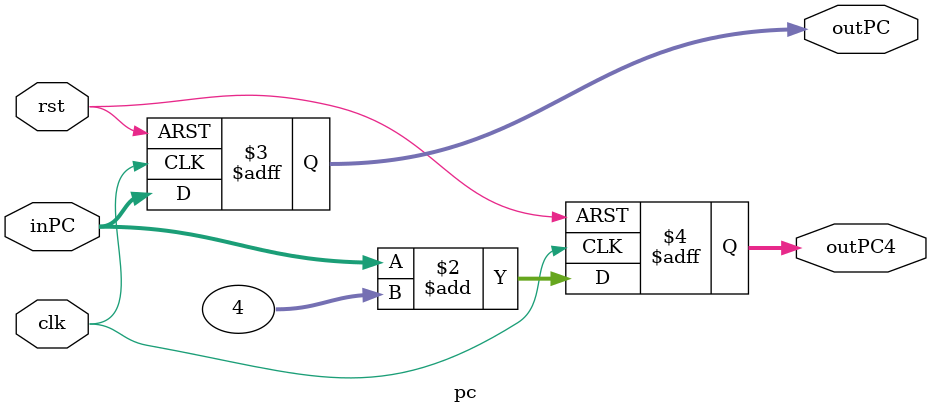
<source format=v>
`timescale 1ns / 1ps


module pc(
    input clk,
    input rst,
    input [31:0] inPC,
    output reg [31:0] outPC,
    output reg [31:0] outPC4

    );
    always @(posedge clk or posedge rst) 
    begin
        if (rst) begin
            outPC <= 32'h00000000;
            outPC4 <= 32'h00000000;
        end else begin
            outPC <= inPC;
            outPC4 <= inPC + 32'h00000004;
        end
    end
endmodule

</source>
